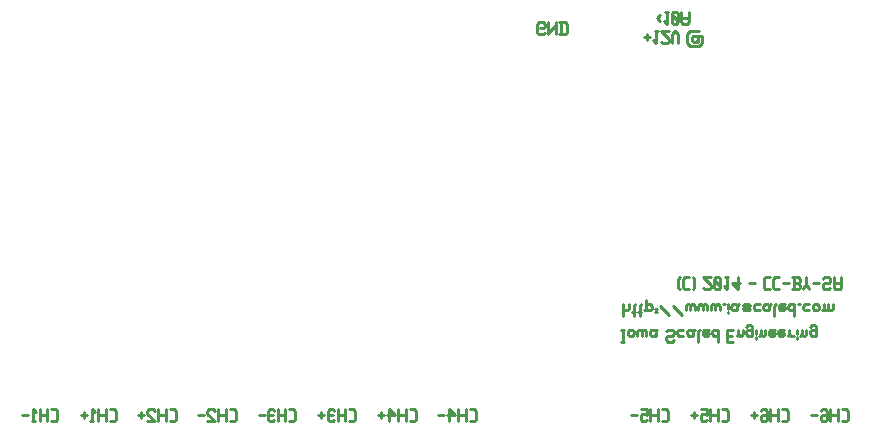
<source format=gbr>
G04 start of page 9 for group -4078 idx -4078 *
G04 Title: (unknown), bottomsilk *
G04 Creator: pcb 20110918 *
G04 CreationDate: Tue 11 Feb 2014 10:14:15 PM GMT UTC *
G04 For: ndholmes *
G04 Format: Gerber/RS-274X *
G04 PCB-Dimensions: 285500 200000 *
G04 PCB-Coordinate-Origin: lower left *
%MOIN*%
%FSLAX25Y25*%
%LNBOTTOMSILK*%
%ADD79C,0.0100*%
G54D79*X73000Y21500D02*X74500D01*
X75000Y22000D02*X74500Y21500D01*
X75000Y22000D02*Y25000D01*
X74500Y25500D01*
X73000D02*X74500D01*
X71800Y21500D02*Y25500D01*
X69300Y21500D02*Y25500D01*
Y23500D02*X71800D01*
X68100Y25000D02*X67600Y25500D01*
X66100D02*X67600D01*
X66100D02*X65600Y25000D01*
Y24000D02*Y25000D01*
X68100Y21500D02*X65600Y24000D01*
Y21500D02*X68100D01*
X62400Y23500D02*X64400D01*
X92768Y21500D02*X94268D01*
X94768Y22000D02*X94268Y21500D01*
X94768Y22000D02*Y25000D01*
X94268Y25500D01*
X92768D02*X94268D01*
X91568Y21500D02*Y25500D01*
X89068Y21500D02*Y25500D01*
Y23500D02*X91568D01*
X87868Y25000D02*X87368Y25500D01*
X86368D02*X87368D01*
X86368D02*X85868Y25000D01*
Y22000D02*Y25000D01*
X86368Y21500D02*X85868Y22000D01*
X86368Y21500D02*X87368D01*
X87868Y22000D02*X87368Y21500D01*
X85868Y23500D02*X87368D01*
X82668D02*X84668D01*
X112733Y21500D02*X114233D01*
X114733Y22000D02*X114233Y21500D01*
X114733Y22000D02*Y25000D01*
X114233Y25500D01*
X112733D02*X114233D01*
X111533Y21500D02*Y25500D01*
X109033Y21500D02*Y25500D01*
Y23500D02*X111533D01*
X107833Y25000D02*X107333Y25500D01*
X106333D02*X107333D01*
X106333D02*X105833Y25000D01*
Y22000D02*Y25000D01*
X106333Y21500D02*X105833Y22000D01*
X106333Y21500D02*X107333D01*
X107833Y22000D02*X107333Y21500D01*
X105833Y23500D02*X107333D01*
X102633D02*X104633D01*
X103633Y22500D02*Y24500D01*
X133000Y21500D02*X134500D01*
X135000Y22000D02*X134500Y21500D01*
X135000Y22000D02*Y25000D01*
X134500Y25500D01*
X133000D02*X134500D01*
X131800Y21500D02*Y25500D01*
X129300Y21500D02*Y25500D01*
Y23500D02*X131800D01*
X128100D02*X126100Y25500D01*
X125600Y23500D02*X128100D01*
X126100Y21500D02*Y25500D01*
X122400Y23500D02*X124400D01*
X123400Y22500D02*Y24500D01*
X13500Y21500D02*X15000D01*
X15500Y22000D02*X15000Y21500D01*
X15500Y22000D02*Y25000D01*
X15000Y25500D01*
X13500D02*X15000D01*
X12300Y21500D02*Y25500D01*
X9800Y21500D02*Y25500D01*
Y23500D02*X12300D01*
X7100Y21500D02*X8100D01*
X7600D02*Y25500D01*
X8600Y24500D02*X7600Y25500D01*
X3900Y23500D02*X5900D01*
X33000Y21500D02*X34500D01*
X35000Y22000D02*X34500Y21500D01*
X35000Y22000D02*Y25000D01*
X34500Y25500D01*
X33000D02*X34500D01*
X31800Y21500D02*Y25500D01*
X29300Y21500D02*Y25500D01*
Y23500D02*X31800D01*
X26600Y21500D02*X27600D01*
X27100D02*Y25500D01*
X28100Y24500D02*X27100Y25500D01*
X23400Y23500D02*X25400D01*
X24400Y22500D02*Y24500D01*
X53000Y21500D02*X54500D01*
X55000Y22000D02*X54500Y21500D01*
X55000Y22000D02*Y25000D01*
X54500Y25500D01*
X53000D02*X54500D01*
X51800Y21500D02*Y25500D01*
X49300Y21500D02*Y25500D01*
Y23500D02*X51800D01*
X48100Y25000D02*X47600Y25500D01*
X46100D02*X47600D01*
X46100D02*X45600Y25000D01*
Y24000D02*Y25000D01*
X48100Y21500D02*X45600Y24000D01*
Y21500D02*X48100D01*
X42400Y23500D02*X44400D01*
X43400Y22500D02*Y24500D01*
X153000Y21500D02*X154500D01*
X155000Y22000D02*X154500Y21500D01*
X155000Y22000D02*Y25000D01*
X154500Y25500D01*
X153000D02*X154500D01*
X151800Y21500D02*Y25500D01*
X149300Y21500D02*Y25500D01*
Y23500D02*X151800D01*
X148100D02*X146100Y25500D01*
X145600Y23500D02*X148100D01*
X146100Y21500D02*Y25500D01*
X142400Y23500D02*X144400D01*
X177500Y150500D02*X178000Y151000D01*
X176000Y150500D02*X177500D01*
X175500Y151000D02*X176000Y150500D01*
X175500Y151000D02*Y154000D01*
X176000Y154500D01*
X177500D01*
X178000Y154000D01*
Y153000D02*Y154000D01*
X177500Y152500D02*X178000Y153000D01*
X176500Y152500D02*X177500D01*
X179200Y150500D02*Y154500D01*
Y150500D02*Y151000D01*
X181700Y153500D01*
Y150500D02*Y154500D01*
X183400Y150500D02*Y154500D01*
X184900Y150500D02*X185400Y151000D01*
Y154000D01*
X184900Y154500D02*X185400Y154000D01*
X182900Y154500D02*X184900D01*
X182900Y150500D02*X184900D01*
X217000Y21500D02*X218500D01*
X219000Y22000D02*X218500Y21500D01*
X219000Y22000D02*Y25000D01*
X218500Y25500D01*
X217000D02*X218500D01*
X215800Y21500D02*Y25500D01*
X213300Y21500D02*Y25500D01*
Y23500D02*X215800D01*
X210100Y25500D02*X212100D01*
Y23500D02*Y25500D01*
Y23500D02*X211600Y24000D01*
X210600D02*X211600D01*
X210600D02*X210100Y23500D01*
Y22000D02*Y23500D01*
X210600Y21500D02*X210100Y22000D01*
X210600Y21500D02*X211600D01*
X212100Y22000D02*X211600Y21500D01*
X206900Y23500D02*X208900D01*
X203500Y48000D02*X204500D01*
X204000D02*Y52000D01*
X203500D02*X204500D01*
X205700Y50500D02*Y51500D01*
Y50500D02*X206200Y50000D01*
X207200D01*
X207700Y50500D01*
Y51500D01*
X207200Y52000D02*X207700Y51500D01*
X206200Y52000D02*X207200D01*
X205700Y51500D02*X206200Y52000D01*
X208900Y50000D02*Y51500D01*
X209400Y52000D01*
X209900D01*
X210400Y51500D01*
Y50000D02*Y51500D01*
X210900Y52000D01*
X211400D01*
X211900Y51500D01*
Y50000D02*Y51500D01*
X214600Y50000D02*X215100Y50500D01*
X213600Y50000D02*X214600D01*
X213100Y50500D02*X213600Y50000D01*
X213100Y50500D02*Y51500D01*
X213600Y52000D01*
X215100Y50000D02*Y51500D01*
X215600Y52000D01*
X213600D02*X214600D01*
X215100Y51500D01*
X220600Y48000D02*X221100Y48500D01*
X219100Y48000D02*X220600D01*
X218600Y48500D02*X219100Y48000D01*
X218600Y48500D02*Y49500D01*
X219100Y50000D01*
X220600D01*
X221100Y50500D01*
Y51500D01*
X220600Y52000D02*X221100Y51500D01*
X219100Y52000D02*X220600D01*
X218600Y51500D02*X219100Y52000D01*
X222800Y50000D02*X224300D01*
X222300Y50500D02*X222800Y50000D01*
X222300Y50500D02*Y51500D01*
X222800Y52000D01*
X224300D01*
X227000Y50000D02*X227500Y50500D01*
X226000Y50000D02*X227000D01*
X225500Y50500D02*X226000Y50000D01*
X225500Y50500D02*Y51500D01*
X226000Y52000D01*
X227500Y50000D02*Y51500D01*
X228000Y52000D01*
X226000D02*X227000D01*
X227500Y51500D01*
X229200Y48000D02*Y51500D01*
X229700Y52000D01*
X231200D02*X232700D01*
X230700Y51500D02*X231200Y52000D01*
X230700Y50500D02*Y51500D01*
Y50500D02*X231200Y50000D01*
X232200D01*
X232700Y50500D01*
X230700Y51000D02*X232700D01*
Y50500D02*Y51000D01*
X235900Y48000D02*Y52000D01*
X235400D02*X235900Y51500D01*
X234400Y52000D02*X235400D01*
X233900Y51500D02*X234400Y52000D01*
X233900Y50500D02*Y51500D01*
Y50500D02*X234400Y50000D01*
X235400D01*
X235900Y50500D01*
X238900Y50000D02*X240400D01*
X238900Y52000D02*X240900D01*
X238900Y48000D02*Y52000D01*
Y48000D02*X240900D01*
X242600Y50500D02*Y52000D01*
Y50500D02*X243100Y50000D01*
X243600D01*
X244100Y50500D01*
Y52000D01*
X242100Y50000D02*X242600Y50500D01*
X246800Y50000D02*X247300Y50500D01*
X245800Y50000D02*X246800D01*
X245300Y50500D02*X245800Y50000D01*
X245300Y50500D02*Y51500D01*
X245800Y52000D01*
X246800D01*
X247300Y51500D01*
X245300Y53000D02*X245800Y53500D01*
X246800D01*
X247300Y53000D01*
Y50000D02*Y53000D01*
X248500Y49000D02*Y49500D01*
Y50500D02*Y52000D01*
X250000Y50500D02*Y52000D01*
Y50500D02*X250500Y50000D01*
X251000D01*
X251500Y50500D01*
Y52000D01*
X249500Y50000D02*X250000Y50500D01*
X253200Y52000D02*X254700D01*
X252700Y51500D02*X253200Y52000D01*
X252700Y50500D02*Y51500D01*
Y50500D02*X253200Y50000D01*
X254200D01*
X254700Y50500D01*
X252700Y51000D02*X254700D01*
Y50500D02*Y51000D01*
X256400Y52000D02*X257900D01*
X255900Y51500D02*X256400Y52000D01*
X255900Y50500D02*Y51500D01*
Y50500D02*X256400Y50000D01*
X257400D01*
X257900Y50500D01*
X255900Y51000D02*X257900D01*
Y50500D02*Y51000D01*
X259600Y50500D02*Y52000D01*
Y50500D02*X260100Y50000D01*
X261100D01*
X259100D02*X259600Y50500D01*
X262300Y49000D02*Y49500D01*
Y50500D02*Y52000D01*
X263800Y50500D02*Y52000D01*
Y50500D02*X264300Y50000D01*
X264800D01*
X265300Y50500D01*
Y52000D01*
X263300Y50000D02*X263800Y50500D01*
X268000Y50000D02*X268500Y50500D01*
X267000Y50000D02*X268000D01*
X266500Y50500D02*X267000Y50000D01*
X266500Y50500D02*Y51500D01*
X267000Y52000D01*
X268000D01*
X268500Y51500D01*
X266500Y53000D02*X267000Y53500D01*
X268000D01*
X268500Y53000D01*
Y50000D02*Y53000D01*
X204000Y56500D02*Y60500D01*
Y59000D02*X204500Y58500D01*
X205500D01*
X206000Y59000D01*
Y60500D01*
X207700Y56500D02*Y60000D01*
X208200Y60500D01*
X207200Y58000D02*X208200D01*
X209700Y56500D02*Y60000D01*
X210200Y60500D01*
X209200Y58000D02*X210200D01*
X211700Y59000D02*Y62000D01*
X211200Y58500D02*X211700Y59000D01*
X212200Y58500D01*
X213200D01*
X213700Y59000D01*
Y60000D01*
X213200Y60500D02*X213700Y60000D01*
X212200Y60500D02*X213200D01*
X211700Y60000D02*X212200Y60500D01*
X214900Y58000D02*X215400D01*
X214900Y59000D02*X215400D01*
X216600Y60000D02*X219600Y57000D01*
X220800Y60000D02*X223800Y57000D01*
X225000Y58500D02*Y60000D01*
X225500Y60500D01*
X226000D01*
X226500Y60000D01*
Y58500D02*Y60000D01*
X227000Y60500D01*
X227500D01*
X228000Y60000D01*
Y58500D02*Y60000D01*
X229200Y58500D02*Y60000D01*
X229700Y60500D01*
X230200D01*
X230700Y60000D01*
Y58500D02*Y60000D01*
X231200Y60500D01*
X231700D01*
X232200Y60000D01*
Y58500D02*Y60000D01*
X233400Y58500D02*Y60000D01*
X233900Y60500D01*
X234400D01*
X234900Y60000D01*
Y58500D02*Y60000D01*
X235400Y60500D01*
X235900D01*
X236400Y60000D01*
Y58500D02*Y60000D01*
X237600Y60500D02*X238100D01*
X239300Y57500D02*Y58000D01*
Y59000D02*Y60500D01*
X241800Y58500D02*X242300Y59000D01*
X240800Y58500D02*X241800D01*
X240300Y59000D02*X240800Y58500D01*
X240300Y59000D02*Y60000D01*
X240800Y60500D01*
X242300Y58500D02*Y60000D01*
X242800Y60500D01*
X240800D02*X241800D01*
X242300Y60000D01*
X244500Y60500D02*X246000D01*
X246500Y60000D01*
X246000Y59500D02*X246500Y60000D01*
X244500Y59500D02*X246000D01*
X244000Y59000D02*X244500Y59500D01*
X244000Y59000D02*X244500Y58500D01*
X246000D01*
X246500Y59000D01*
X244000Y60000D02*X244500Y60500D01*
X248200Y58500D02*X249700D01*
X247700Y59000D02*X248200Y58500D01*
X247700Y59000D02*Y60000D01*
X248200Y60500D01*
X249700D01*
X252400Y58500D02*X252900Y59000D01*
X251400Y58500D02*X252400D01*
X250900Y59000D02*X251400Y58500D01*
X250900Y59000D02*Y60000D01*
X251400Y60500D01*
X252900Y58500D02*Y60000D01*
X253400Y60500D01*
X251400D02*X252400D01*
X252900Y60000D01*
X254600Y56500D02*Y60000D01*
X255100Y60500D01*
X256600D02*X258100D01*
X256100Y60000D02*X256600Y60500D01*
X256100Y59000D02*Y60000D01*
Y59000D02*X256600Y58500D01*
X257600D01*
X258100Y59000D01*
X256100Y59500D02*X258100D01*
Y59000D02*Y59500D01*
X261300Y56500D02*Y60500D01*
X260800D02*X261300Y60000D01*
X259800Y60500D02*X260800D01*
X259300Y60000D02*X259800Y60500D01*
X259300Y59000D02*Y60000D01*
Y59000D02*X259800Y58500D01*
X260800D01*
X261300Y59000D01*
X262500Y60500D02*X263000D01*
X264700Y58500D02*X266200D01*
X264200Y59000D02*X264700Y58500D01*
X264200Y59000D02*Y60000D01*
X264700Y60500D01*
X266200D01*
X267400Y59000D02*Y60000D01*
Y59000D02*X267900Y58500D01*
X268900D01*
X269400Y59000D01*
Y60000D01*
X268900Y60500D02*X269400Y60000D01*
X267900Y60500D02*X268900D01*
X267400Y60000D02*X267900Y60500D01*
X271100Y59000D02*Y60500D01*
Y59000D02*X271600Y58500D01*
X272100D01*
X272600Y59000D01*
Y60500D01*
Y59000D02*X273100Y58500D01*
X273600D01*
X274100Y59000D01*
Y60500D01*
X270600Y58500D02*X271100Y59000D01*
X222500Y69000D02*X223000Y69500D01*
X222500Y66000D02*X223000Y65500D01*
X222500Y66000D02*Y69000D01*
X224700Y69500D02*X226200D01*
X224200Y69000D02*X224700Y69500D01*
X224200Y66000D02*Y69000D01*
Y66000D02*X224700Y65500D01*
X226200D01*
X227400D02*X227900Y66000D01*
Y69000D01*
X227400Y69500D02*X227900Y69000D01*
X230900Y66000D02*X231400Y65500D01*
X232900D01*
X233400Y66000D01*
Y67000D01*
X230900Y69500D02*X233400Y67000D01*
X230900Y69500D02*X233400D01*
X234600Y69000D02*X235100Y69500D01*
X234600Y66000D02*Y69000D01*
Y66000D02*X235100Y65500D01*
X236100D01*
X236600Y66000D01*
Y69000D01*
X236100Y69500D02*X236600Y69000D01*
X235100Y69500D02*X236100D01*
X234600Y68500D02*X236600Y66500D01*
X238300Y69500D02*X239300D01*
X238800Y65500D02*Y69500D01*
X237800Y66500D02*X238800Y65500D01*
X240500Y67500D02*X242500Y65500D01*
X240500Y67500D02*X243000D01*
X242500Y65500D02*Y69500D01*
X246000Y67500D02*X248000D01*
X251500Y69500D02*X253000D01*
X251000Y69000D02*X251500Y69500D01*
X251000Y66000D02*Y69000D01*
Y66000D02*X251500Y65500D01*
X253000D01*
X254700Y69500D02*X256200D01*
X254200Y69000D02*X254700Y69500D01*
X254200Y66000D02*Y69000D01*
Y66000D02*X254700Y65500D01*
X256200D01*
X257400Y67500D02*X259400D01*
X260600Y69500D02*X262600D01*
X263100Y69000D01*
Y68000D02*Y69000D01*
X262600Y67500D02*X263100Y68000D01*
X261100Y67500D02*X262600D01*
X261100Y65500D02*Y69500D01*
X260600Y65500D02*X262600D01*
X263100Y66000D01*
Y67000D01*
X262600Y67500D02*X263100Y67000D01*
X264300Y65500D02*Y66000D01*
X265300Y67000D01*
X266300Y66000D01*
Y65500D02*Y66000D01*
X265300Y67000D02*Y69500D01*
X267500Y67500D02*X269500D01*
X272700Y65500D02*X273200Y66000D01*
X271200Y65500D02*X272700D01*
X270700Y66000D02*X271200Y65500D01*
X270700Y66000D02*Y67000D01*
X271200Y67500D01*
X272700D01*
X273200Y68000D01*
Y69000D01*
X272700Y69500D02*X273200Y69000D01*
X271200Y69500D02*X272700D01*
X270700Y69000D02*X271200Y69500D01*
X274400Y66000D02*Y69500D01*
Y66000D02*X274900Y65500D01*
X276400D01*
X276900Y66000D01*
Y69500D01*
X274400Y67500D02*X276900D01*
X237000Y21500D02*X238500D01*
X239000Y22000D02*X238500Y21500D01*
X239000Y22000D02*Y25000D01*
X238500Y25500D01*
X237000D02*X238500D01*
X235800Y21500D02*Y25500D01*
X233300Y21500D02*Y25500D01*
Y23500D02*X235800D01*
X230100Y25500D02*X232100D01*
Y23500D02*Y25500D01*
Y23500D02*X231600Y24000D01*
X230600D02*X231600D01*
X230600D02*X230100Y23500D01*
Y22000D02*Y23500D01*
X230600Y21500D02*X230100Y22000D01*
X230600Y21500D02*X231600D01*
X232100Y22000D02*X231600Y21500D01*
X226900Y23500D02*X228900D01*
X227900Y22500D02*Y24500D01*
X211000Y149500D02*X213000D01*
X212000Y148500D02*Y150500D01*
X214700Y151500D02*X215700D01*
X215200Y147500D02*Y151500D01*
X214200Y148500D02*X215200Y147500D01*
X216900Y148000D02*X217400Y147500D01*
X218900D01*
X219400Y148000D01*
Y149000D01*
X216900Y151500D02*X219400Y149000D01*
X216900Y151500D02*X219400D01*
X220600Y147500D02*Y150500D01*
X221600Y151500D01*
X222600Y150500D01*
Y147500D02*Y150500D01*
X225600Y147500D02*Y150500D01*
X226600Y151500D01*
X229600D01*
X230600Y147500D02*Y150000D01*
Y147500D02*X229600Y146500D01*
X226600D02*X229600D01*
X226600D02*X225600Y147500D01*
X227100Y148500D02*Y149500D01*
X227600Y150000D01*
X228600D01*
X229100Y149500D01*
X229600Y150000D01*
X229100Y148000D02*Y149500D01*
Y148500D02*X228600Y148000D01*
X227600D02*X228600D01*
X227600D02*X227100Y148500D01*
X229600Y150000D02*X230600D01*
X215500Y156000D02*X216500Y155000D01*
X215500Y156000D02*X216500Y157000D01*
X218200Y158000D02*X219200D01*
X218700Y154000D02*Y158000D01*
X217700Y155000D02*X218700Y154000D01*
X220400Y157500D02*X220900Y158000D01*
X220400Y154500D02*Y157500D01*
Y154500D02*X220900Y154000D01*
X221900D01*
X222400Y154500D01*
Y157500D01*
X221900Y158000D02*X222400Y157500D01*
X220900Y158000D02*X221900D01*
X220400Y157000D02*X222400Y155000D01*
X223600Y154500D02*Y158000D01*
Y154500D02*X224100Y154000D01*
X225600D01*
X226100Y154500D01*
Y158000D01*
X223600Y156000D02*X226100D01*
X257000Y21500D02*X258500D01*
X259000Y22000D02*X258500Y21500D01*
X259000Y22000D02*Y25000D01*
X258500Y25500D01*
X257000D02*X258500D01*
X255800Y21500D02*Y25500D01*
X253300Y21500D02*Y25500D01*
Y23500D02*X255800D01*
X250600Y25500D02*X250100Y25000D01*
X250600Y25500D02*X251600D01*
X252100Y25000D02*X251600Y25500D01*
X252100Y22000D02*Y25000D01*
Y22000D02*X251600Y21500D01*
X250600Y23500D02*X250100Y23000D01*
X250600Y23500D02*X252100D01*
X250600Y21500D02*X251600D01*
X250600D02*X250100Y22000D01*
Y23000D01*
X246900Y23500D02*X248900D01*
X247900Y22500D02*Y24500D01*
X277000Y21500D02*X278500D01*
X279000Y22000D02*X278500Y21500D01*
X279000Y22000D02*Y25000D01*
X278500Y25500D01*
X277000D02*X278500D01*
X275800Y21500D02*Y25500D01*
X273300Y21500D02*Y25500D01*
Y23500D02*X275800D01*
X270600Y25500D02*X270100Y25000D01*
X270600Y25500D02*X271600D01*
X272100Y25000D02*X271600Y25500D01*
X272100Y22000D02*Y25000D01*
Y22000D02*X271600Y21500D01*
X270600Y23500D02*X270100Y23000D01*
X270600Y23500D02*X272100D01*
X270600Y21500D02*X271600D01*
X270600D02*X270100Y22000D01*
Y23000D01*
X266900Y23500D02*X268900D01*
M02*

</source>
